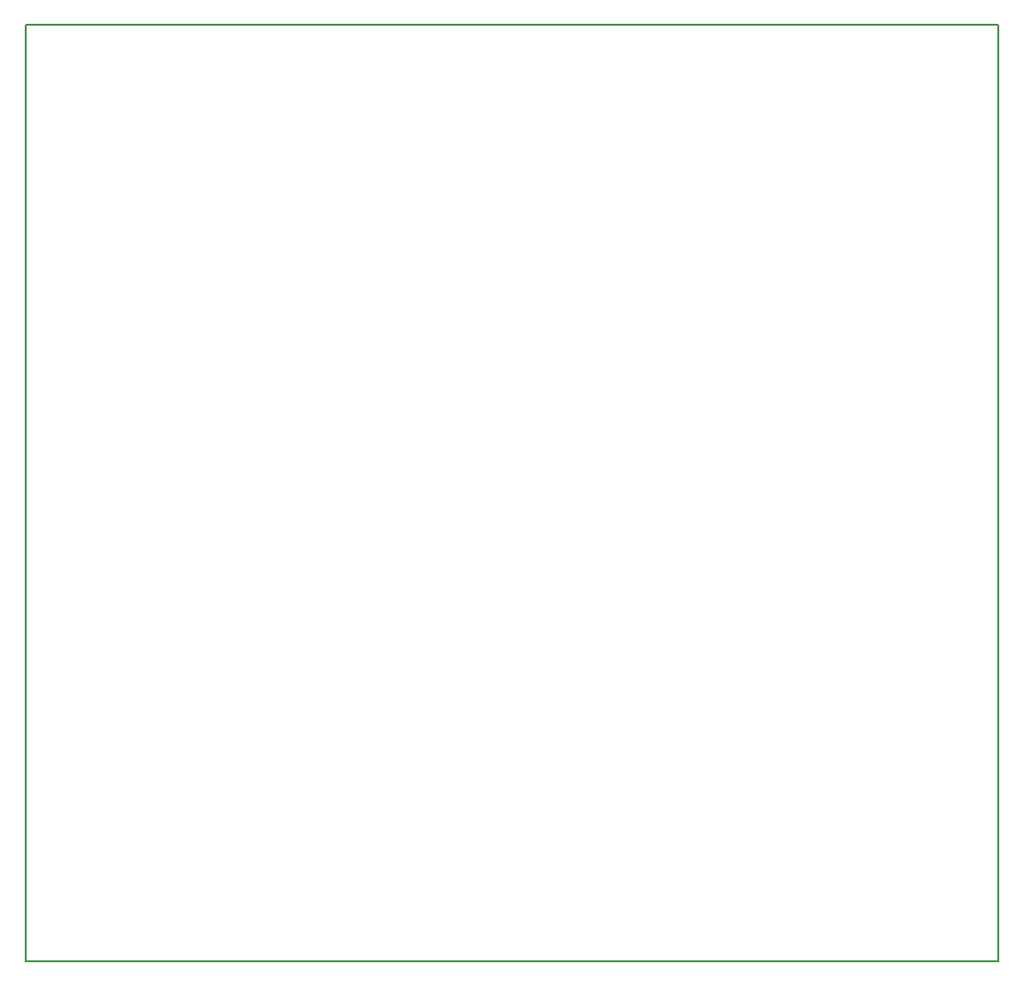
<source format=gm1>
G04 MADE WITH FRITZING*
G04 WWW.FRITZING.ORG*
G04 DOUBLE SIDED*
G04 HOLES PLATED*
G04 CONTOUR ON CENTER OF CONTOUR VECTOR*
%ASAXBY*%
%FSLAX23Y23*%
%MOIN*%
%OFA0B0*%
%SFA1.0B1.0*%
%ADD10R,3.413470X3.290310*%
%ADD11C,0.008000*%
%ADD10C,0.008*%
%LNCONTOUR*%
G90*
G70*
G54D10*
G54D11*
X4Y3286D02*
X3409Y3286D01*
X3409Y4D01*
X4Y4D01*
X4Y3286D01*
D02*
G04 End of contour*
M02*
</source>
